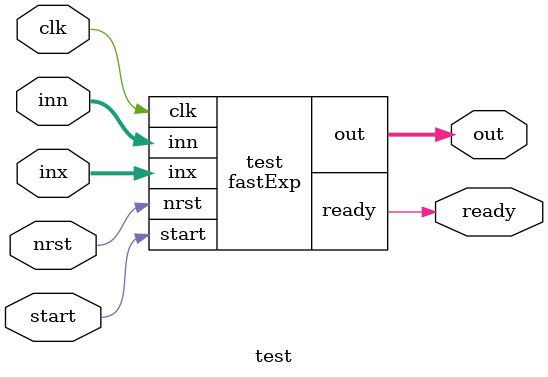
<source format=sv>
module multiplier(
  input [15:0] a, x,
  input remainder2,
  output [15:0] o
);
  assign o = (remainder2 ? a : x) * x; 
endmodule

module fastExp(
  input clk, nrst, start,
  input [15:0] inx,
  input [7:0] inn,
  output logic ready,
  output logic [15:0] out,
);
  const logic BUSY  = 1'b0;
  const logic READY = 1'b1;
  
  logic [15:0] a, x, n, mult;
  multiplier mult1(a,x,n[0],mult);
  
  always_ff @(posedge clk, negedge nrst)
    if(!nrst) begin
      ready <= READY;
      out <= 16'd0;
    end
  	else case (ready)
        BUSY:
          if(!n) begin
         	out <= a; ready <= READY;
          end
          else if(n[0]) begin //n % 2 == 1
            a <= mult;
            n <= n - 1;
          end
      	  else begin          //n % 2 == 0
            x <= mult;
            n <= n >> 1;
          end
      	READY: 
          if(start) begin
  			a <= 16'd1; x <= inx; n <= inn;
            ready <= BUSY;
     	  end
    endcase
endmodule

module test(
  input clk, nrst, start,
  input [15:0] inx,
  input [7:0] inn,
  output logic ready,
  output logic [15:0] out
);
  fastExp test(clk,nrst,start,inx,inn,ready,out);
endmodule
</source>
